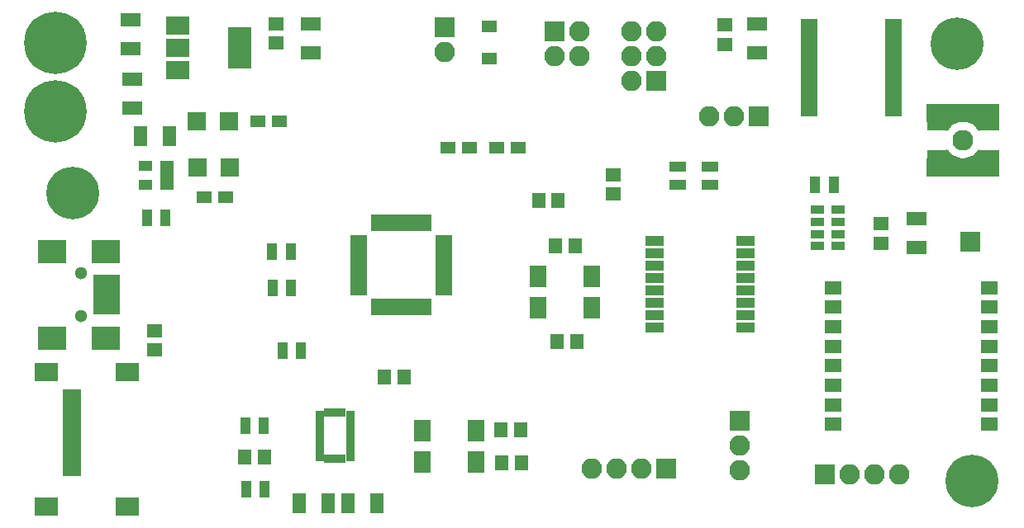
<source format=gts>
G04 #@! TF.FileFunction,Soldermask,Top*
%FSLAX46Y46*%
G04 Gerber Fmt 4.6, Leading zero omitted, Abs format (unit mm)*
G04 Created by KiCad (PCBNEW 4.0.7) date 06/23/18 17:57:27*
%MOMM*%
%LPD*%
G01*
G04 APERTURE LIST*
%ADD10C,0.100000*%
%ADD11R,1.400000X1.650000*%
%ADD12R,2.000000X1.400000*%
%ADD13R,1.650000X1.400000*%
%ADD14R,1.400000X2.000000*%
%ADD15R,1.600000X1.300000*%
%ADD16R,1.900000X1.900000*%
%ADD17R,2.700000X0.900000*%
%ADD18R,2.900000X2.400000*%
%ADD19C,1.300000*%
%ADD20C,6.400000*%
%ADD21R,2.100000X2.100000*%
%ADD22O,2.100000X2.100000*%
%ADD23R,2.400000X1.850000*%
%ADD24R,1.900000X1.200000*%
%ADD25R,2.310000X2.750000*%
%ADD26R,7.510000X1.910000*%
%ADD27C,2.130000*%
%ADD28R,1.100000X1.700000*%
%ADD29R,1.700000X1.100000*%
%ADD30R,1.700000X0.650000*%
%ADD31R,0.650000X1.700000*%
%ADD32R,1.460000X1.050000*%
%ADD33R,1.900000X1.000000*%
%ADD34R,1.350000X0.950000*%
%ADD35R,1.800000X1.400000*%
%ADD36R,1.700000X2.300000*%
%ADD37R,2.400000X4.200000*%
%ADD38R,2.400000X1.900000*%
%ADD39C,5.400000*%
%ADD40R,1.700000X1.200000*%
%ADD41R,0.875000X0.650000*%
%ADD42R,0.650000X0.875000*%
G04 APERTURE END LIST*
D10*
D11*
X113109500Y-70421500D03*
X115109500Y-70421500D03*
X117014500Y-84899500D03*
X115014500Y-84899500D03*
X116824000Y-75057000D03*
X114824000Y-75057000D03*
D12*
X71310500Y-51840000D03*
X71310500Y-54840000D03*
D11*
X97298000Y-88519000D03*
X99298000Y-88519000D03*
D12*
X89789000Y-55284500D03*
X89789000Y-52284500D03*
D13*
X86233000Y-54276500D03*
X86233000Y-52276500D03*
D14*
X75326500Y-63817500D03*
X72326500Y-63817500D03*
D13*
X73787000Y-85772500D03*
X73787000Y-83772500D03*
X120777000Y-69770500D03*
X120777000Y-67770500D03*
D12*
X135509000Y-55260500D03*
X135509000Y-52260500D03*
X151796750Y-75279250D03*
X151796750Y-72279250D03*
D13*
X132207000Y-54387500D03*
X132207000Y-52387500D03*
X148177250Y-74802750D03*
X148177250Y-72802750D03*
D14*
X93559500Y-101473000D03*
X96559500Y-101473000D03*
X91543000Y-101473000D03*
X88543000Y-101473000D03*
D11*
X85010500Y-96710500D03*
X83010500Y-96710500D03*
X111363000Y-97345500D03*
X109363000Y-97345500D03*
X111236000Y-93916500D03*
X109236000Y-93916500D03*
D15*
X108077000Y-55879000D03*
X108077000Y-52579000D03*
D16*
X81469500Y-67056000D03*
X78169500Y-67056000D03*
X78042500Y-62293500D03*
X81342500Y-62293500D03*
D12*
X71437500Y-60936000D03*
X71437500Y-57936000D03*
D17*
X68840000Y-78473500D03*
X68840000Y-79273500D03*
X68840000Y-80073500D03*
X68840000Y-80873500D03*
X68840000Y-81673500D03*
D18*
X68740000Y-75623500D03*
X63240000Y-75623500D03*
X68740000Y-84523500D03*
X63240000Y-84523500D03*
D19*
X66240000Y-77873500D03*
X66240000Y-82273500D03*
D20*
X63627000Y-61277500D03*
X63627000Y-54277500D03*
D21*
X126174500Y-97917000D03*
D22*
X123634500Y-97917000D03*
X121094500Y-97917000D03*
X118554500Y-97917000D03*
D21*
X103505000Y-52641500D03*
D22*
X103505000Y-55181500D03*
D23*
X62708500Y-88057500D03*
X62708500Y-101807500D03*
X71008500Y-101807500D03*
X71008500Y-88057500D03*
D24*
X65308500Y-90432500D03*
X65308500Y-91532500D03*
X65308500Y-92632500D03*
X65308500Y-93732500D03*
X65308500Y-94832500D03*
X65308500Y-95932500D03*
X65308500Y-97032500D03*
X65308500Y-98132500D03*
D10*
G36*
X156552783Y-67646709D02*
X156073955Y-66331139D01*
X158329217Y-65510291D01*
X158808045Y-66825861D01*
X156552783Y-67646709D01*
X156552783Y-67646709D01*
G37*
G36*
X154373955Y-66825861D02*
X154852783Y-65510291D01*
X157108045Y-66331139D01*
X156629217Y-67646709D01*
X154373955Y-66825861D01*
X154373955Y-66825861D01*
G37*
G36*
X156073955Y-62065861D02*
X156552783Y-60750291D01*
X158808045Y-61571139D01*
X158329217Y-62886709D01*
X156073955Y-62065861D01*
X156073955Y-62065861D01*
G37*
G36*
X154852783Y-62886709D02*
X154373955Y-61571139D01*
X156629217Y-60750291D01*
X157108045Y-62065861D01*
X154852783Y-62886709D01*
X154852783Y-62886709D01*
G37*
G36*
X158000769Y-66772986D02*
X157311329Y-66194477D01*
X158211231Y-65122014D01*
X158900671Y-65700523D01*
X158000769Y-66772986D01*
X158000769Y-66772986D01*
G37*
G36*
X154281329Y-65700523D02*
X154970769Y-65122014D01*
X155870671Y-66194477D01*
X155181231Y-66772986D01*
X154281329Y-65700523D01*
X154281329Y-65700523D01*
G37*
G36*
X157311329Y-62202523D02*
X158000769Y-61624014D01*
X158900671Y-62696477D01*
X158211231Y-63274986D01*
X157311329Y-62202523D01*
X157311329Y-62202523D01*
G37*
G36*
X154970769Y-63274986D02*
X154281329Y-62696477D01*
X155181231Y-61624014D01*
X155870671Y-62202523D01*
X154970769Y-63274986D01*
X154970769Y-63274986D01*
G37*
D25*
X159191000Y-66578500D03*
D26*
X156591000Y-66998500D03*
D25*
X153991000Y-66578500D03*
X159191000Y-61818500D03*
D27*
X156591000Y-64198500D03*
D26*
X156591000Y-61398500D03*
D25*
X153991000Y-61818500D03*
D21*
X125158500Y-58166000D03*
D22*
X122618500Y-58166000D03*
X125158500Y-55626000D03*
X122618500Y-55626000D03*
X125158500Y-53086000D03*
X122618500Y-53086000D03*
D21*
X114744500Y-53086000D03*
D22*
X117284500Y-53086000D03*
X114744500Y-55626000D03*
X117284500Y-55626000D03*
D21*
X133731000Y-93027500D03*
D22*
X133731000Y-95567500D03*
X133731000Y-98107500D03*
D21*
X135636000Y-61785500D03*
D22*
X133096000Y-61785500D03*
X130556000Y-61785500D03*
D15*
X81003500Y-70104000D03*
X78803500Y-70104000D03*
D28*
X85854500Y-79375000D03*
X87754500Y-79375000D03*
X85793500Y-75628500D03*
X87693500Y-75628500D03*
X74866500Y-72199500D03*
X72966500Y-72199500D03*
D15*
X103781500Y-64960500D03*
X105981500Y-64960500D03*
X108775500Y-64960500D03*
X110975500Y-64960500D03*
D29*
X130683000Y-66934000D03*
X130683000Y-68834000D03*
X127381000Y-66934000D03*
X127381000Y-68834000D03*
D28*
X143348750Y-68802250D03*
X141448750Y-68802250D03*
X83126500Y-100076000D03*
X85026500Y-100076000D03*
X84958000Y-93535500D03*
X83058000Y-93535500D03*
X86870500Y-85852000D03*
X88770500Y-85852000D03*
D15*
X84350500Y-62293500D03*
X86550500Y-62293500D03*
D30*
X103410000Y-79775500D03*
X103410000Y-79275500D03*
X103410000Y-78775500D03*
X103410000Y-78275500D03*
X103410000Y-77775500D03*
X103410000Y-77275500D03*
X103410000Y-76775500D03*
X103410000Y-76275500D03*
X103410000Y-75775500D03*
X103410000Y-75275500D03*
X103410000Y-74775500D03*
X103410000Y-74275500D03*
D31*
X101810000Y-72675500D03*
X101310000Y-72675500D03*
X100810000Y-72675500D03*
X100310000Y-72675500D03*
X99810000Y-72675500D03*
X99310000Y-72675500D03*
X98810000Y-72675500D03*
X98310000Y-72675500D03*
X97810000Y-72675500D03*
X97310000Y-72675500D03*
X96810000Y-72675500D03*
X96310000Y-72675500D03*
D30*
X94710000Y-74275500D03*
X94710000Y-74775500D03*
X94710000Y-75275500D03*
X94710000Y-75775500D03*
X94710000Y-76275500D03*
X94710000Y-76775500D03*
X94710000Y-77275500D03*
X94710000Y-77775500D03*
X94710000Y-78275500D03*
X94710000Y-78775500D03*
X94710000Y-79275500D03*
X94710000Y-79775500D03*
D31*
X96310000Y-81375500D03*
X96810000Y-81375500D03*
X97310000Y-81375500D03*
X97810000Y-81375500D03*
X98310000Y-81375500D03*
X98810000Y-81375500D03*
X99310000Y-81375500D03*
X99810000Y-81375500D03*
X100310000Y-81375500D03*
X100810000Y-81375500D03*
X101310000Y-81375500D03*
X101810000Y-81375500D03*
D32*
X75057000Y-68765500D03*
X75057000Y-67815500D03*
X75057000Y-66865500D03*
X72857000Y-66865500D03*
X72857000Y-68765500D03*
D33*
X125002500Y-74549000D03*
X125002500Y-75819000D03*
X125002500Y-77089000D03*
X125002500Y-78359000D03*
X125002500Y-79629000D03*
X125002500Y-80899000D03*
X125002500Y-82169000D03*
X125002500Y-83439000D03*
X134302500Y-83439000D03*
X134302500Y-82169000D03*
X134302500Y-80899000D03*
X134302500Y-79629000D03*
X134302500Y-78359000D03*
X134302500Y-77089000D03*
X134302500Y-75819000D03*
X134302500Y-74549000D03*
D34*
X143786750Y-71342250D03*
X143786750Y-75092250D03*
X143786750Y-73842250D03*
X143786750Y-72592250D03*
X141636750Y-75092250D03*
X141636750Y-73842250D03*
X141636750Y-72592250D03*
X141636750Y-71342250D03*
D35*
X143258000Y-79376000D03*
X143258000Y-81376000D03*
X143258000Y-83376000D03*
X143258000Y-85376000D03*
X143258000Y-87376000D03*
X143258000Y-89376000D03*
X143258000Y-91376000D03*
X143258000Y-93376000D03*
X159258000Y-93376000D03*
X159258000Y-91376000D03*
X159258000Y-89376000D03*
X159258000Y-87376000D03*
X159258000Y-85376000D03*
X159258000Y-83376000D03*
X159258000Y-81376000D03*
X159258000Y-79376000D03*
D36*
X113054500Y-81432000D03*
X118554500Y-81432000D03*
X118554500Y-78232000D03*
X113054500Y-78232000D03*
X101219000Y-97218500D03*
X106719000Y-97218500D03*
X106719000Y-94018500D03*
X101219000Y-94018500D03*
D21*
X157289500Y-74676000D03*
D37*
X82461500Y-54737000D03*
D38*
X76161500Y-54737000D03*
X76161500Y-57037000D03*
X76161500Y-52437000D03*
D39*
X155956000Y-54356000D03*
X157480000Y-99187000D03*
X65341500Y-69659500D03*
D21*
X142430500Y-98488500D03*
D22*
X144970500Y-98488500D03*
X147510500Y-98488500D03*
X150050500Y-98488500D03*
D40*
X140779000Y-52371000D03*
X140779000Y-53471000D03*
X140779000Y-54571000D03*
X140779000Y-55671000D03*
X140779000Y-56771000D03*
X140779000Y-57871000D03*
X140779000Y-58971000D03*
X140779000Y-60071000D03*
X140779000Y-61171000D03*
X149479000Y-61171000D03*
X149479000Y-60071000D03*
X149479000Y-58971000D03*
X149479000Y-57871000D03*
X149479000Y-56771000D03*
X149479000Y-55671000D03*
X149479000Y-54571000D03*
X149479000Y-53471000D03*
X149479000Y-52371000D03*
D41*
X93789500Y-92329000D03*
X93789500Y-92829000D03*
X93789500Y-93329000D03*
X93789500Y-93829000D03*
X93789500Y-94329000D03*
X93789500Y-94829000D03*
X93789500Y-95329000D03*
X93789500Y-95829000D03*
X93789500Y-96329000D03*
X93789500Y-96829000D03*
X90664500Y-92329000D03*
X90664500Y-92829000D03*
X90664500Y-93329000D03*
X90664500Y-93829000D03*
X90664500Y-94329000D03*
X90664500Y-94829000D03*
X90664500Y-95329000D03*
X90664500Y-95829000D03*
X90664500Y-96329000D03*
X90664500Y-96829000D03*
D42*
X92977000Y-92209000D03*
X92477000Y-92209000D03*
X91977000Y-92209000D03*
X91477000Y-92209000D03*
X92977000Y-96939000D03*
X92477000Y-96939000D03*
X91977000Y-96939000D03*
X91477000Y-96939000D03*
M02*

</source>
